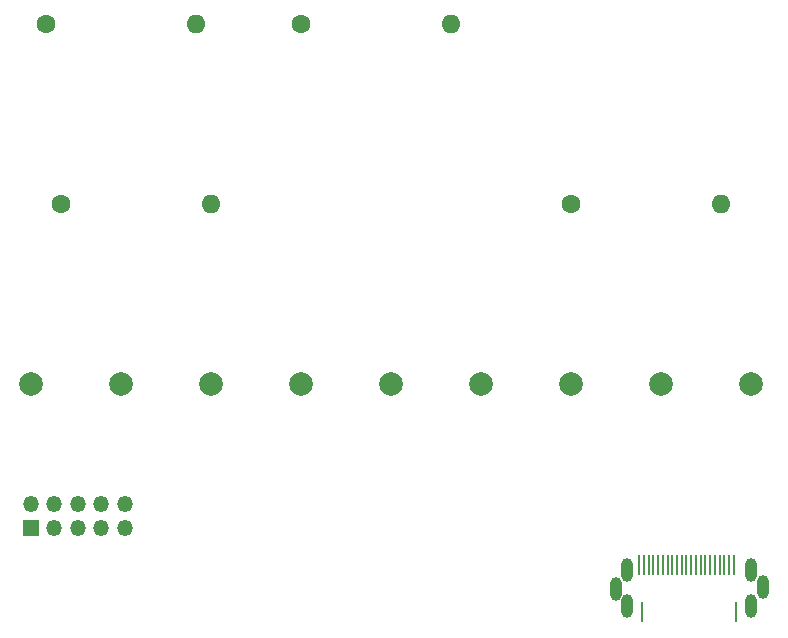
<source format=gbr>
%TF.GenerationSoftware,KiCad,Pcbnew,(7.0.0)*%
%TF.CreationDate,2023-08-04T15:55:47+02:00*%
%TF.ProjectId,PCH-1xxxJIG_THT_1.4,5043482d-3178-4787-984a-49475f544854,rev?*%
%TF.SameCoordinates,Original*%
%TF.FileFunction,Soldermask,Top*%
%TF.FilePolarity,Negative*%
%FSLAX46Y46*%
G04 Gerber Fmt 4.6, Leading zero omitted, Abs format (unit mm)*
G04 Created by KiCad (PCBNEW (7.0.0)) date 2023-08-04 15:55:47*
%MOMM*%
%LPD*%
G01*
G04 APERTURE LIST*
%ADD10C,2.000000*%
%ADD11C,1.600000*%
%ADD12O,1.600000X1.600000*%
%ADD13R,0.200000X1.800000*%
%ADD14O,1.000000X2.000000*%
%ADD15R,1.350000X1.350000*%
%ADD16O,1.350000X1.350000*%
G04 APERTURE END LIST*
D10*
%TO.C,Vita TX/7*%
X67310000Y-68580000D03*
%TD*%
D11*
%TO.C,1k Ohms*%
X59690000Y-38100000D03*
D12*
X72389999Y-38099999D03*
%TD*%
D13*
%TO.C,UDC*%
X88359999Y-83859999D03*
X88759999Y-83859999D03*
X89159999Y-83859999D03*
X89559999Y-83859999D03*
X89959999Y-83859999D03*
X90359999Y-83859999D03*
X90759999Y-83859999D03*
X91159999Y-83859999D03*
X91559999Y-83859999D03*
X91959999Y-83859999D03*
X92359999Y-83859999D03*
X92759999Y-83859999D03*
X93159999Y-83859999D03*
X93559999Y-83859999D03*
X93959999Y-83859999D03*
X94359999Y-83859999D03*
X94759999Y-83859999D03*
X95159999Y-83859999D03*
X95559999Y-83859999D03*
X95959999Y-83859999D03*
X96359999Y-83859999D03*
X88559999Y-87859999D03*
X96559999Y-87859999D03*
D14*
X87359999Y-84259999D03*
X87359999Y-87359999D03*
X86359999Y-85859999D03*
X97859999Y-87359999D03*
X97859999Y-84259999D03*
X98859999Y-85759999D03*
%TD*%
D10*
%TO.C,PC TX*%
X44450000Y-68580000D03*
%TD*%
%TO.C,UDC 12*%
X90170000Y-68580000D03*
%TD*%
%TO.C,UDC 11*%
X82550000Y-68580000D03*
%TD*%
%TO.C,Vita RX/6*%
X74930000Y-68580000D03*
%TD*%
%TO.C,PC RX*%
X36830000Y-68580000D03*
%TD*%
%TO.C,UDC 3/GND*%
X97790000Y-68580000D03*
%TD*%
%TO.C,3v3 VCC*%
X59690000Y-68580000D03*
%TD*%
D11*
%TO.C,220 Ohms*%
X82550000Y-53340000D03*
D12*
X95249999Y-53339999D03*
%TD*%
D10*
%TO.C,PC GND*%
X52070000Y-68580000D03*
%TD*%
D11*
%TO.C,1k Ohms*%
X39370000Y-53340000D03*
D12*
X52069999Y-53339999D03*
%TD*%
D11*
%TO.C,1k Ohms*%
X38100000Y-38100000D03*
D12*
X50799999Y-38099999D03*
%TD*%
D15*
%TO.C,Pin Header*%
X36829999Y-80739999D03*
D16*
X36829999Y-78739999D03*
X38829999Y-80739999D03*
X38829999Y-78739999D03*
X40829999Y-80739999D03*
X40829999Y-78739999D03*
X42829999Y-80739999D03*
X42829999Y-78739999D03*
X44829999Y-80739999D03*
X44829999Y-78739999D03*
%TD*%
M02*

</source>
